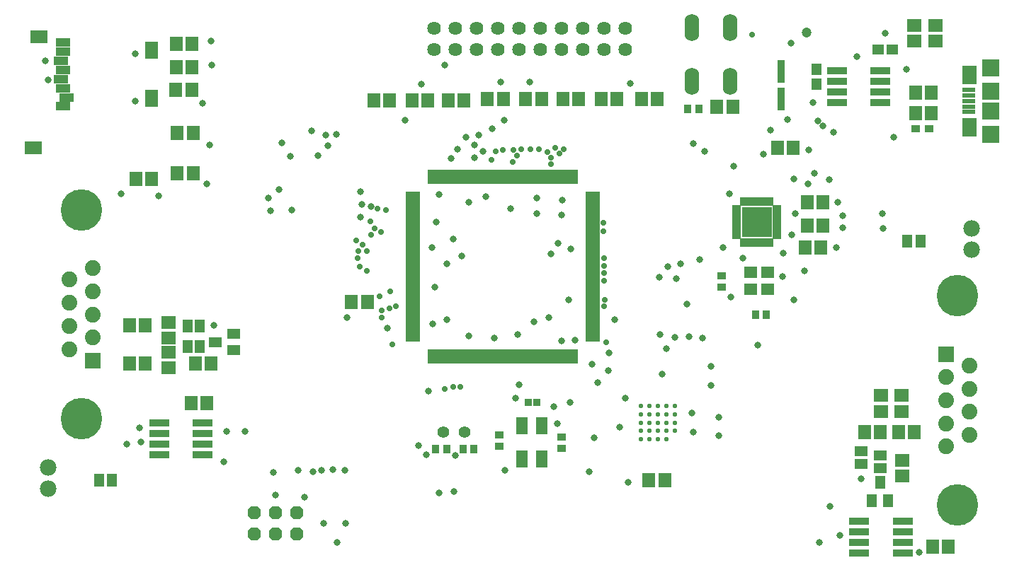
<source format=gts>
G04*
G04 #@! TF.GenerationSoftware,Altium Limited,Altium Designer,18.0.7 (293)*
G04*
G04 Layer_Color=8388736*
%FSLAX25Y25*%
%MOIN*%
G70*
G01*
G75*
%ADD53C,0.02769*%
G04:AMPARAMS|DCode=54|XSize=47.37mil|YSize=47.37mil|CornerRadius=23.68mil|HoleSize=0mil|Usage=FLASHONLY|Rotation=90.000|XOffset=0mil|YOffset=0mil|HoleType=Round|Shape=RoundedRectangle|*
%AMROUNDEDRECTD54*
21,1,0.04737,0.00000,0,0,90.0*
21,1,0.00000,0.04737,0,0,90.0*
1,1,0.04737,0.00000,0.00000*
1,1,0.04737,0.00000,0.00000*
1,1,0.04737,0.00000,0.00000*
1,1,0.04737,0.00000,0.00000*
%
%ADD54ROUNDEDRECTD54*%
%ADD55R,0.06000X0.06800*%
%ADD56R,0.04400X0.03600*%
%ADD57R,0.03600X0.04400*%
%ADD58C,0.02257*%
%ADD59R,0.06312X0.05524*%
%ADD60R,0.06700X0.04000*%
%ADD61R,0.08300X0.06300*%
%ADD62R,0.06300X0.07900*%
%ADD63R,0.04147X0.01981*%
%ADD64R,0.01981X0.04147*%
%ADD65R,0.14186X0.14186*%
%ADD66R,0.05131X0.06312*%
%ADD67R,0.06312X0.05131*%
%ADD68R,0.06800X0.06000*%
%ADD69R,0.01981X0.06607*%
%ADD70R,0.06607X0.01981*%
%ADD71R,0.04800X0.06400*%
%ADD72R,0.06400X0.04800*%
%ADD73R,0.05600X0.07900*%
%ADD74R,0.04737X0.05918*%
%ADD75R,0.05200X0.04800*%
%ADD76R,0.04800X0.05200*%
%ADD77R,0.04200X0.03600*%
%ADD78R,0.03200X0.03600*%
%ADD79R,0.09500X0.03200*%
%ADD80R,0.08300X0.08300*%
%ADD81R,0.08300X0.07900*%
%ADD82R,0.07100X0.09100*%
%ADD83R,0.06200X0.02400*%
%ADD84R,0.03800X0.10500*%
%ADD85C,0.06400*%
%ADD86P,0.06711X8X202.5*%
%ADD87O,0.06800X0.12800*%
%ADD88C,0.05600*%
%ADD89C,0.19540*%
%ADD90R,0.07453X0.07453*%
%ADD91C,0.07453*%
%ADD92C,0.07800*%
%ADD93C,0.03162*%
D53*
X342301Y254501D02*
D03*
X162500Y166500D02*
D03*
X164500Y163000D02*
D03*
X167500Y161500D02*
D03*
X163000Y160000D02*
D03*
X156000Y157500D02*
D03*
X159000Y155500D02*
D03*
X161000Y152500D02*
D03*
X157000D02*
D03*
X156500Y149000D02*
D03*
X157500Y145000D02*
D03*
X161000Y143000D02*
D03*
X172000Y133500D02*
D03*
X167000Y131000D02*
D03*
X174799Y126299D02*
D03*
X171500Y125500D02*
D03*
X168000Y124500D02*
D03*
Y121000D02*
D03*
X173000Y108500D02*
D03*
X201500Y88500D02*
D03*
X197500Y87500D02*
D03*
X205000Y88500D02*
D03*
X273500Y109500D02*
D03*
X272799Y126299D02*
D03*
X273000Y129500D02*
D03*
X272500Y138500D02*
D03*
Y142000D02*
D03*
Y145500D02*
D03*
Y149000D02*
D03*
X272268Y161732D02*
D03*
X272331Y165669D02*
D03*
X170075Y171575D02*
D03*
X166000Y172500D02*
D03*
X219500Y195500D02*
D03*
X221500Y199500D02*
D03*
X225000Y200000D02*
D03*
X230000D02*
D03*
X229500Y194500D02*
D03*
X231500Y197500D02*
D03*
X233679Y200321D02*
D03*
X238000Y200500D02*
D03*
X242000D02*
D03*
X246000Y199000D02*
D03*
X247500Y196500D02*
D03*
Y193500D02*
D03*
X249500Y201000D02*
D03*
X251500Y198500D02*
D03*
X253500Y200500D02*
D03*
D54*
X368000Y255500D02*
D03*
D55*
X361800Y201000D02*
D03*
X354260D02*
D03*
X419200Y217500D02*
D03*
Y227000D02*
D03*
X368260Y175500D02*
D03*
X375800D02*
D03*
X375740Y164500D02*
D03*
X368200D02*
D03*
X71760Y189000D02*
D03*
X79300D02*
D03*
X71760Y208000D02*
D03*
X79300D02*
D03*
X301240Y44500D02*
D03*
X293700D02*
D03*
X71260Y250000D02*
D03*
X78800D02*
D03*
X71260Y239000D02*
D03*
X78800D02*
D03*
X70979Y228500D02*
D03*
X78519D02*
D03*
X52260Y186500D02*
D03*
X59800D02*
D03*
X374740Y154000D02*
D03*
X367200D02*
D03*
X161300Y128500D02*
D03*
X153760D02*
D03*
X78200Y80559D02*
D03*
X85740D02*
D03*
X427200Y13000D02*
D03*
X434740D02*
D03*
X87800Y99209D02*
D03*
X80260D02*
D03*
X49200Y117500D02*
D03*
X56740D02*
D03*
X49200Y99500D02*
D03*
X56740D02*
D03*
X411200Y67000D02*
D03*
X418740D02*
D03*
X395200D02*
D03*
X402740D02*
D03*
X290260Y224000D02*
D03*
X297800D02*
D03*
X278740D02*
D03*
X271200D02*
D03*
X260740D02*
D03*
X253200D02*
D03*
X235760D02*
D03*
X243300D02*
D03*
X225240D02*
D03*
X217700D02*
D03*
X206740Y223500D02*
D03*
X199200D02*
D03*
X164260D02*
D03*
X171800D02*
D03*
X182260D02*
D03*
X189800D02*
D03*
X333240Y220500D02*
D03*
X325700D02*
D03*
X426740Y227000D02*
D03*
Y217500D02*
D03*
D56*
X328000Y135441D02*
D03*
Y140600D02*
D03*
X223397Y65559D02*
D03*
Y60400D02*
D03*
X252500Y59441D02*
D03*
Y64600D02*
D03*
D57*
X343941Y122500D02*
D03*
X349100D02*
D03*
X206240Y59000D02*
D03*
X211399D02*
D03*
X198559D02*
D03*
X193400D02*
D03*
X317259Y219500D02*
D03*
X312100D02*
D03*
D58*
X290126Y79374D02*
D03*
X294063D02*
D03*
X298000D02*
D03*
X301937D02*
D03*
X305874D02*
D03*
X290126Y75437D02*
D03*
X294063D02*
D03*
X298000D02*
D03*
X301937D02*
D03*
X305874D02*
D03*
X290126Y71500D02*
D03*
X294063D02*
D03*
X298000D02*
D03*
X301937D02*
D03*
X305874D02*
D03*
X290126Y67563D02*
D03*
X294063D02*
D03*
X298000D02*
D03*
X301937D02*
D03*
X305874D02*
D03*
X290126Y63626D02*
D03*
X294063D02*
D03*
X298000D02*
D03*
X301937D02*
D03*
D59*
X341500Y142500D02*
D03*
Y134500D02*
D03*
X349500D02*
D03*
Y142500D02*
D03*
D60*
X17922Y220524D02*
D03*
X19522Y224823D02*
D03*
X17922Y229123D02*
D03*
X17122Y233423D02*
D03*
X17922Y237723D02*
D03*
X17122Y242023D02*
D03*
X17922Y246323D02*
D03*
Y250623D02*
D03*
D61*
X3950Y201150D02*
D03*
X6790Y253290D02*
D03*
D62*
X59800Y246950D02*
D03*
Y224450D02*
D03*
D63*
X354146Y159110D02*
D03*
Y161079D02*
D03*
Y163047D02*
D03*
Y165016D02*
D03*
Y166984D02*
D03*
Y168953D02*
D03*
Y170921D02*
D03*
Y172890D02*
D03*
X334854D02*
D03*
Y170921D02*
D03*
Y168953D02*
D03*
Y166984D02*
D03*
Y165016D02*
D03*
Y163047D02*
D03*
Y161079D02*
D03*
Y159110D02*
D03*
D64*
X351390Y175646D02*
D03*
X349421D02*
D03*
X347453D02*
D03*
X345484D02*
D03*
X343516D02*
D03*
X341547D02*
D03*
X339579D02*
D03*
X337610D02*
D03*
Y156354D02*
D03*
X339579D02*
D03*
X341547D02*
D03*
X343516D02*
D03*
X345484D02*
D03*
X347453D02*
D03*
X349421D02*
D03*
X351390D02*
D03*
D65*
X344500Y166000D02*
D03*
D66*
X76547Y107500D02*
D03*
X82453D02*
D03*
X82453Y117000D02*
D03*
X76547D02*
D03*
D67*
X402500Y55953D02*
D03*
Y50047D02*
D03*
X393500Y52047D02*
D03*
Y57953D02*
D03*
D68*
X67500Y111200D02*
D03*
Y118740D02*
D03*
Y97200D02*
D03*
Y104740D02*
D03*
X412851Y46200D02*
D03*
Y53740D02*
D03*
X412500Y84300D02*
D03*
Y76760D02*
D03*
X403000Y84300D02*
D03*
Y76760D02*
D03*
X428500Y251260D02*
D03*
Y258800D02*
D03*
X418500Y258740D02*
D03*
Y251200D02*
D03*
D69*
X190551Y102724D02*
D03*
X192520D02*
D03*
X194488D02*
D03*
X196457D02*
D03*
X198425D02*
D03*
X200394D02*
D03*
X202362D02*
D03*
X204331D02*
D03*
X206299D02*
D03*
X208268D02*
D03*
X210236D02*
D03*
X212205D02*
D03*
X214173D02*
D03*
X216142D02*
D03*
X218110D02*
D03*
X220079D02*
D03*
X222047D02*
D03*
X224016D02*
D03*
X225984D02*
D03*
X227953D02*
D03*
X229921D02*
D03*
X231890D02*
D03*
X233858D02*
D03*
X235827D02*
D03*
X237795D02*
D03*
X239764D02*
D03*
X241732D02*
D03*
X243701D02*
D03*
X245669D02*
D03*
X247638D02*
D03*
X249606D02*
D03*
X251575D02*
D03*
X253543D02*
D03*
X255512D02*
D03*
X257480D02*
D03*
X259449D02*
D03*
Y187276D02*
D03*
X257480D02*
D03*
X255512D02*
D03*
X253543D02*
D03*
X251575D02*
D03*
X249606D02*
D03*
X247638D02*
D03*
X245669D02*
D03*
X243701D02*
D03*
X241732D02*
D03*
X239764D02*
D03*
X237795D02*
D03*
X235827D02*
D03*
X233858D02*
D03*
X231890D02*
D03*
X229921D02*
D03*
X227953D02*
D03*
X225984D02*
D03*
X224016D02*
D03*
X222047D02*
D03*
X220079D02*
D03*
X218110D02*
D03*
X216142D02*
D03*
X214173D02*
D03*
X212205D02*
D03*
X210236D02*
D03*
X208268D02*
D03*
X206299D02*
D03*
X204331D02*
D03*
X202362D02*
D03*
X200394D02*
D03*
X198425D02*
D03*
X196457D02*
D03*
X194488D02*
D03*
X192520D02*
D03*
X190551D02*
D03*
D70*
X267276Y110551D02*
D03*
Y112520D02*
D03*
Y114488D02*
D03*
Y116457D02*
D03*
Y118425D02*
D03*
Y120394D02*
D03*
Y122362D02*
D03*
Y124331D02*
D03*
Y126299D02*
D03*
Y128268D02*
D03*
Y130236D02*
D03*
Y132205D02*
D03*
Y134173D02*
D03*
Y136142D02*
D03*
Y138110D02*
D03*
Y140079D02*
D03*
Y142047D02*
D03*
Y144016D02*
D03*
Y145984D02*
D03*
Y147953D02*
D03*
Y149921D02*
D03*
Y151890D02*
D03*
Y153858D02*
D03*
Y155827D02*
D03*
Y157795D02*
D03*
Y159764D02*
D03*
Y161732D02*
D03*
Y163701D02*
D03*
Y165669D02*
D03*
Y167638D02*
D03*
Y169606D02*
D03*
Y171575D02*
D03*
Y173543D02*
D03*
Y175512D02*
D03*
Y177480D02*
D03*
Y179449D02*
D03*
X182724D02*
D03*
Y177480D02*
D03*
Y175512D02*
D03*
Y173543D02*
D03*
Y171575D02*
D03*
Y169606D02*
D03*
Y167638D02*
D03*
Y165669D02*
D03*
Y163701D02*
D03*
Y161732D02*
D03*
Y159764D02*
D03*
Y157795D02*
D03*
Y155827D02*
D03*
Y153858D02*
D03*
Y151890D02*
D03*
Y149921D02*
D03*
Y147953D02*
D03*
Y145984D02*
D03*
Y144016D02*
D03*
Y142047D02*
D03*
Y140079D02*
D03*
Y138110D02*
D03*
Y136142D02*
D03*
Y134173D02*
D03*
Y132205D02*
D03*
Y130236D02*
D03*
Y128268D02*
D03*
Y126299D02*
D03*
Y124331D02*
D03*
Y122362D02*
D03*
Y120394D02*
D03*
Y118425D02*
D03*
Y116457D02*
D03*
Y114488D02*
D03*
Y112520D02*
D03*
Y110551D02*
D03*
D71*
X398760Y34669D02*
D03*
X406300D02*
D03*
X402500Y43400D02*
D03*
D72*
X98331Y105760D02*
D03*
Y113300D02*
D03*
X89600Y109500D02*
D03*
D73*
X233900Y70112D02*
D03*
Y54412D02*
D03*
X243400Y70112D02*
D03*
Y54412D02*
D03*
D74*
X415350Y157000D02*
D03*
X421650D02*
D03*
X34850Y44500D02*
D03*
X41150D02*
D03*
D75*
X401653Y247500D02*
D03*
X408400D02*
D03*
D76*
X372500Y237846D02*
D03*
Y231100D02*
D03*
D77*
X425551Y210000D02*
D03*
X419400D02*
D03*
D78*
X240968Y81000D02*
D03*
X237000D02*
D03*
D79*
X413300Y10000D02*
D03*
Y15000D02*
D03*
Y25000D02*
D03*
X392764Y10000D02*
D03*
Y15000D02*
D03*
Y25000D02*
D03*
X413300Y20000D02*
D03*
X392764D02*
D03*
X83800Y56500D02*
D03*
Y61500D02*
D03*
Y71500D02*
D03*
X63264Y56500D02*
D03*
Y61500D02*
D03*
Y71500D02*
D03*
X83800Y66500D02*
D03*
X63264D02*
D03*
X402800Y222500D02*
D03*
Y227500D02*
D03*
Y237500D02*
D03*
X382264Y222500D02*
D03*
Y227500D02*
D03*
Y237500D02*
D03*
X402800Y232500D02*
D03*
X382264D02*
D03*
D80*
X454689Y227800D02*
D03*
Y218276D02*
D03*
D81*
Y238800D02*
D03*
Y207252D02*
D03*
D82*
X444650Y235300D02*
D03*
Y210795D02*
D03*
D83*
X444177Y228200D02*
D03*
Y225600D02*
D03*
Y223000D02*
D03*
Y220480D02*
D03*
Y217882D02*
D03*
D84*
X356000Y223900D02*
D03*
Y237100D02*
D03*
D85*
X282500Y257500D02*
D03*
Y247500D02*
D03*
X272500Y257500D02*
D03*
Y247500D02*
D03*
X262500Y257500D02*
D03*
Y247500D02*
D03*
X252500Y257500D02*
D03*
Y247500D02*
D03*
X242500Y257500D02*
D03*
Y247500D02*
D03*
X232500Y257500D02*
D03*
Y247500D02*
D03*
X222500Y257500D02*
D03*
Y247500D02*
D03*
X212500Y257500D02*
D03*
Y247500D02*
D03*
X202500Y257500D02*
D03*
Y247500D02*
D03*
X192500Y257500D02*
D03*
Y247500D02*
D03*
D86*
X128000Y29000D02*
D03*
Y19000D02*
D03*
X118000Y29000D02*
D03*
Y19000D02*
D03*
X108000Y29000D02*
D03*
Y19000D02*
D03*
D87*
X331900Y257800D02*
D03*
X314100D02*
D03*
X331900Y232200D02*
D03*
X314100D02*
D03*
D88*
X197000Y67000D02*
D03*
X207000D02*
D03*
D89*
X26507Y171693D02*
D03*
Y73307D02*
D03*
X439098Y32807D02*
D03*
Y131193D02*
D03*
D90*
X32097Y100689D02*
D03*
X433508Y103811D02*
D03*
D91*
X20916Y106142D02*
D03*
X32097Y111594D02*
D03*
X20916Y117047D02*
D03*
X32097Y122500D02*
D03*
X20916Y127953D02*
D03*
X32097Y133405D02*
D03*
X20916Y138858D02*
D03*
X32097Y144311D02*
D03*
X444689Y98358D02*
D03*
X433508Y92905D02*
D03*
X444689Y87453D02*
D03*
X433508Y82000D02*
D03*
X444689Y76547D02*
D03*
X433508Y71095D02*
D03*
X444689Y65642D02*
D03*
X433508Y60189D02*
D03*
D92*
X11000Y40500D02*
D03*
Y50500D02*
D03*
X445500Y163001D02*
D03*
Y153001D02*
D03*
D93*
X348000Y169500D02*
D03*
X341000D02*
D03*
X348000Y162500D02*
D03*
X341000D02*
D03*
X347500Y198000D02*
D03*
X369000Y200000D02*
D03*
X362000Y186500D02*
D03*
X298500Y140000D02*
D03*
X147000Y15000D02*
D03*
X190000Y86500D02*
D03*
X256500Y81000D02*
D03*
X314500Y203000D02*
D03*
X308500Y146500D02*
D03*
X319000Y111500D02*
D03*
X275000Y104500D02*
D03*
X323000Y89000D02*
D03*
Y98000D02*
D03*
X220000Y210000D02*
D03*
X205500Y150000D02*
D03*
X306500Y139500D02*
D03*
X312500Y112000D02*
D03*
X305874Y111626D02*
D03*
X299000Y113000D02*
D03*
X311500Y127500D02*
D03*
X277500Y120000D02*
D03*
X268000Y64500D02*
D03*
X265500Y48500D02*
D03*
X189000Y56500D02*
D03*
X185306Y60694D02*
D03*
X202000Y39000D02*
D03*
X191500Y154000D02*
D03*
X201500Y158000D02*
D03*
X195000Y179000D02*
D03*
X193500Y166000D02*
D03*
X209000Y175500D02*
D03*
X228500Y172500D02*
D03*
X217000Y178000D02*
D03*
X241000Y170000D02*
D03*
X251000Y156000D02*
D03*
X252500Y169500D02*
D03*
X241000Y177500D02*
D03*
X253000Y176500D02*
D03*
X247500Y151000D02*
D03*
X257000Y153500D02*
D03*
X256000Y129500D02*
D03*
X246500Y121000D02*
D03*
X239500Y119000D02*
D03*
X259000Y110500D02*
D03*
X267000Y99000D02*
D03*
X252500Y110000D02*
D03*
X232000Y113000D02*
D03*
X221000Y111500D02*
D03*
X209000Y112500D02*
D03*
X198500Y120000D02*
D03*
X192000Y118000D02*
D03*
X198500Y146500D02*
D03*
X193000Y135500D02*
D03*
X202500Y56000D02*
D03*
X226000Y49000D02*
D03*
X250500Y71000D02*
D03*
X284000Y43500D02*
D03*
X282500Y83000D02*
D03*
X280000Y69500D02*
D03*
X314000Y76000D02*
D03*
X314500Y67000D02*
D03*
X326500Y74000D02*
D03*
Y65500D02*
D03*
X345000Y108000D02*
D03*
X379000Y32000D02*
D03*
X374000Y15000D02*
D03*
X404000Y163000D02*
D03*
X385000Y163500D02*
D03*
X380500Y208500D02*
D03*
X373273Y213727D02*
D03*
X375500Y211500D02*
D03*
X378500Y186000D02*
D03*
X403500Y170000D02*
D03*
X385000Y169000D02*
D03*
X362500Y170000D02*
D03*
X361000Y160000D02*
D03*
X382500Y175500D02*
D03*
X382000Y154000D02*
D03*
X367000Y143000D02*
D03*
X357000Y151500D02*
D03*
X328500Y154000D02*
D03*
X362000Y129500D02*
D03*
X338000Y149000D02*
D03*
X332441Y130559D02*
D03*
X356500Y140500D02*
D03*
X393500Y45000D02*
D03*
X383500Y18500D02*
D03*
X421000Y10500D02*
D03*
X331500Y179500D02*
D03*
X333500Y192500D02*
D03*
X360500Y250500D02*
D03*
X391500Y244000D02*
D03*
X405000Y255000D02*
D03*
X371000Y222500D02*
D03*
X359000Y214500D02*
D03*
X285000Y231500D02*
D03*
X237500Y232000D02*
D03*
X224000D02*
D03*
X54000Y69000D02*
D03*
X93500Y53000D02*
D03*
X89000Y117500D02*
D03*
X85500Y184000D02*
D03*
X63000Y178500D02*
D03*
X45260Y179500D02*
D03*
X87000Y202500D02*
D03*
X83500Y222000D02*
D03*
X88000Y240000D02*
D03*
X87500Y251500D02*
D03*
X52000Y223000D02*
D03*
Y245500D02*
D03*
X11000Y233000D02*
D03*
X9523Y241976D02*
D03*
X170500Y116000D02*
D03*
X151500Y121000D02*
D03*
X125575Y171575D02*
D03*
X115500Y171500D02*
D03*
X163000Y173500D02*
D03*
X131500Y36500D02*
D03*
X195000Y38500D02*
D03*
X121000Y203500D02*
D03*
X125000Y197000D02*
D03*
X200500Y196000D02*
D03*
X203500Y200500D02*
D03*
X146500Y207500D02*
D03*
X207500Y206000D02*
D03*
X141500Y207000D02*
D03*
X142500Y202000D02*
D03*
X211500Y196500D02*
D03*
X213500Y207000D02*
D03*
X215500Y199500D02*
D03*
X158000Y168500D02*
D03*
X114500Y177500D02*
D03*
X158500Y174500D02*
D03*
X119500Y181500D02*
D03*
X158000Y180500D02*
D03*
X140500Y24000D02*
D03*
X128500Y49000D02*
D03*
X138000Y197500D02*
D03*
X211500Y202500D02*
D03*
X135500Y48500D02*
D03*
X135000Y209000D02*
D03*
X151000Y24000D02*
D03*
X150500Y49000D02*
D03*
X145000Y49500D02*
D03*
X139500Y49000D02*
D03*
X225500Y214000D02*
D03*
X179000D02*
D03*
X371500Y189000D02*
D03*
X368500Y184000D02*
D03*
X409000Y206000D02*
D03*
X351000Y209500D02*
D03*
X117000Y48000D02*
D03*
X118000Y37500D02*
D03*
X232500Y89500D02*
D03*
X249000Y79000D02*
D03*
X231000Y83000D02*
D03*
X274500Y96000D02*
D03*
X300000Y94500D02*
D03*
X269500Y90500D02*
D03*
X302500Y145000D02*
D03*
X301937Y106500D02*
D03*
X320000Y199500D02*
D03*
X317500Y148500D02*
D03*
X48000Y61500D02*
D03*
X54500Y62500D02*
D03*
X415000Y238000D02*
D03*
X95000Y67500D02*
D03*
X103500D02*
D03*
X186500Y231000D02*
D03*
X197500Y240000D02*
D03*
M02*

</source>
